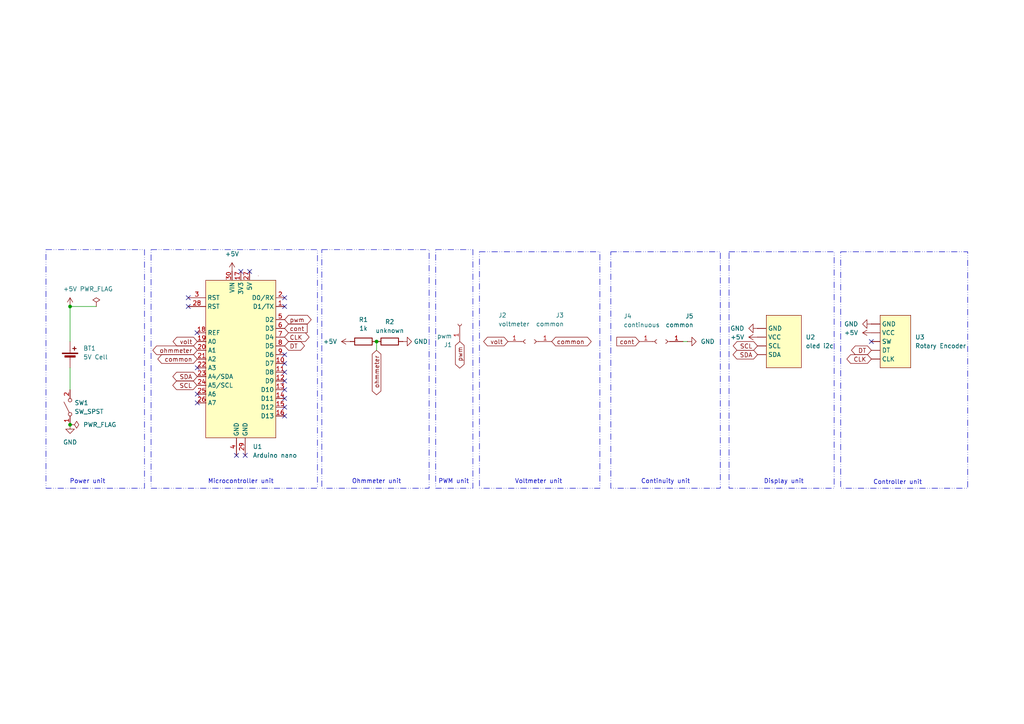
<source format=kicad_sch>
(kicad_sch (version 20231120) (generator "eeschema") (generator_version "8.0")
  (paper "A4")
  (title_block (title "Multimeter") (date "2024-12-16") (rev "V1"))
  (lib_symbols
    (symbol "Connector:Conn_01x01_Socket" (pin_names (offset 1.016) hide)
      (property "Reference" "J" (at 0 2.54 0))
      (property "Value" "Conn_01x01_Socket" (at 0 -2.54 0))
      (symbol "Conn_01x01_Socket_1_1"
        (polyline (pts (xy -1.27 0) (xy -0.508 0)) (stroke (width 0.1524)))
        (arc (start 0 0.508) (mid -0.5058 0) (end 0 -0.508) (stroke (width 0.1524)))
        (pin passive line (at -5.08 0 0) (length 3.81) (name "Pin_1") (number "1"))
      )
    )
    (symbol "Device:Battery_Cell" (pin_numbers hide) (pin_names (offset 0) hide)
      (property "Reference" "BT" (at 2.54 2.54 0))
      (property "Value" "Battery_Cell" (at 2.54 0 0))
      (symbol "Battery_Cell_0_1"
        (rectangle (start -2.286 1.778) (end 2.286 1.524) (fill (type outline)))
        (rectangle (start -1.524 1.016) (end 1.524 0.508) (fill (type outline)))
        (polyline (pts (xy 0 0.762) (xy 0 0)))
        (polyline (pts (xy 0 1.778) (xy 0 2.54)))
        (polyline (pts (xy 0.762 3.048) (xy 1.778 3.048)) (stroke (width 0.254)))
        (polyline (pts (xy 1.27 3.556) (xy 1.27 2.54)) (stroke (width 0.254)))
      )
      (symbol "Battery_Cell_1_1"
        (pin passive line (at 0 5.08 270) (length 2.54) (name "+") (number "1"))
        (pin passive line (at 0 -2.54 90) (length 2.54) (name "-") (number "2"))
      )
    )
    (symbol "Device:R" (pin_numbers hide) (pin_names (offset 0))
      (property "Reference" "R" (at 2.032 0 90))
      (property "Value" "R" (at 0 0 90))
      (symbol "R_0_1"
        (rectangle (start -1.016 -2.54) (end 1.016 2.54) (stroke (width 0.254)))
      )
      (symbol "R_1_1"
        (pin passive line (at 0 3.81 270) (length 1.27) (name "~") (number "1"))
        (pin passive line (at 0 -3.81 90) (length 1.27) (name "~") (number "2"))
      )
    )
    (symbol "Encoder_rotary_encoder:Rotary_encoder"
      (property "Reference" "U" (at 0 4.572 0))
      (property "Value" "Rotary Encoder" (at -2.54 0 0))
      (symbol "Rotary_encoder_1_1"
        (rectangle (start -7.62 2.54) (end 7.62 -6.35) (fill (type background)))
        (pin output line (at 5.08 -8.89 90) (length 2.54) (name "CLK") (number ""))
        (pin output line (at 2.54 -8.89 90) (length 2.54) (name "DT") (number ""))
        (pin bidirectional line (at -5.08 -8.89 90) (length 2.54) (name "GND") (number ""))
        (pin output line (at 0 -8.89 90) (length 2.54) (name "SW") (number ""))
        (pin power_in line (at -2.54 -8.89 90) (length 2.54) (name "VCC") (number ""))
      )
    )
    (symbol "MCU_Arduino-nano:Arduino_nano"
      (property "Reference" "U" (at 0 20.828 0))
      (property "Value" "Arduino nano" (at -20.066 -40.64 0))
      (symbol "Arduino_nano_1_1"
        (rectangle (start -10.16 5.08) (end 10.16 -40.64) (fill (type background)))
        (rectangle (start 5.08 6.35) (end 5.08 6.35))
        (pin bidirectional line (at 12.7 -2.54 180) (length 2.54) (name "D1/TX") (number "1"))
        (pin bidirectional line (at 12.7 -19.05 180) (length 2.54) (name "D7") (number "10"))
        (pin bidirectional line (at 12.7 -21.59 180) (length 2.54) (name "D8") (number "11"))
        (pin bidirectional line (at 12.7 -24.13 180) (length 2.54) (name "D9") (number "12"))
        (pin bidirectional line (at 12.7 -26.67 180) (length 2.54) (name "D10") (number "13"))
        (pin bidirectional line (at 12.7 -29.21 180) (length 2.54) (name "D11") (number "14"))
        (pin bidirectional line (at 12.7 -31.75 180) (length 2.54) (name "D12") (number "15"))
        (pin bidirectional line (at 12.7 -34.29 180) (length 2.54) (name "D13") (number "16"))
        (pin power_out line (at 0 7.62 270) (length 2.54) (name "3V3") (number "17"))
        (pin input line (at -12.7 -10.16 0) (length 2.54) (name "REF") (number "18"))
        (pin bidirectional line (at -12.62 -12.7 0) (length 2.54) (name "A0") (number "19"))
        (pin bidirectional line (at 12.7 0 180) (length 2.54) (name "D0/RX") (number "2"))
        (pin bidirectional line (at -12.62 -15.24 0) (length 2.54) (name "A1") (number "20"))
        (pin bidirectional line (at -12.62 -17.78 0) (length 2.54) (name "A2") (number "21"))
        (pin bidirectional line (at -12.62 -20.32 0) (length 2.54) (name "A3") (number "22"))
        (pin bidirectional line (at -12.62 -22.86 0) (length 2.54) (name "A4/SDA") (number "23"))
        (pin bidirectional line (at -12.62 -25.4 0) (length 2.54) (name "A5/SCL") (number "24"))
        (pin bidirectional line (at -12.62 -27.94 0) (length 2.54) (name "A6") (number "25"))
        (pin bidirectional line (at -12.62 -30.48 0) (length 2.54) (name "A7") (number "26"))
        (pin power_out line (at 2.54 7.62 270) (length 2.54) (name "5V") (number "27"))
        (pin input line (at -15.24 -2.54 0) (length 5) (name "RST") (number "28"))
        (pin bidirectional line (at 1.27 -45.72 90) (length 5) (name "GND") (number "29"))
        (pin input line (at -15.24 0 0) (length 5) (name "RST") (number "3"))
        (pin input line (at -2.54 7.62 270) (length 2.54) (name "VIN") (number "30"))
        (pin bidirectional line (at -1.27 -45.72 90) (length 5) (name "GND") (number "4"))
        (pin bidirectional line (at 12.7 -6.35 180) (length 2.54) (name "D2") (number "5"))
        (pin bidirectional line (at 12.7 -8.89 180) (length 2.54) (name "D3") (number "6"))
        (pin bidirectional line (at 12.7 -11.43 180) (length 2.54) (name "D4") (number "7"))
        (pin bidirectional line (at 12.7 -13.97 180) (length 2.54) (name "D5") (number "8"))
        (pin bidirectional line (at 12.7 -16.51 180) (length 2.54) (name "D6") (number "9"))
      )
    )
    (symbol "Screen_oled:Oled"
      (property "Reference" "U" (at 0 7.112 0))
      (property "Value" "oled i2c" (at 10.414 -6.604 0))
      (symbol "Oled_1_1"
        (rectangle (start -7.62 5.08) (end 7.62 -5.08) (fill (type background)))
        (pin bidirectional line (at -3.81 -7.62 90) (length 2.54) (name "GND") (number ""))
        (pin bidirectional line (at 1.27 -7.62 90) (length 2.54) (name "SCL") (number ""))
        (pin bidirectional line (at 3.81 -7.62 90) (length 2.54) (name "SDA") (number ""))
        (pin power_in line (at -1.27 -7.62 90) (length 2.54) (name "VCC") (number ""))
      )
    )
    (symbol "Switch:SW_SPST" (pin_names (offset 0) hide)
      (property "Reference" "SW" (at 0 3.175 0))
      (property "Value" "SW_SPST" (at 0 -2.54 0))
      (symbol "SW_SPST_0_0"
        (circle (center -2.032 0) (radius 0.508))
        (polyline (pts (xy -1.524 0.254) (xy 1.524 1.778)))
        (circle (center 2.032 0) (radius 0.508))
      )
      (symbol "SW_SPST_1_1"
        (pin passive line (at -5.08 0 0) (length 2.54) (name "A") (number "1"))
        (pin passive line (at 5.08 0 180) (length 2.54) (name "B") (number "2"))
      )
    )
    (symbol "power:+5V" (power) (pin_numbers hide) (pin_names (offset 0) hide)
      (property "Value" "+5V" (at 0 3.556 0))
      (symbol "+5V_0_1"
        (polyline (pts (xy -0.762 1.27) (xy 0 2.54)))
        (polyline (pts (xy 0 0) (xy 0 2.54)))
        (polyline (pts (xy 0 2.54) (xy 0.762 1.27)))
      )
      (symbol "+5V_1_1"
        (pin power_in line (at 0 0 90) (length 0) (name "~") (number "1"))
      )
    )
    (symbol "power:GND" (power) (pin_numbers hide) (pin_names (offset 0) hide)
      (property "Value" "GND" (at 0 -3.81 0))
      (symbol "GND_0_1"
        (polyline (pts (xy 0 0) (xy 0 -1.27) (xy 1.27 -1.27) (xy 0 -2.54) (xy -1.27 -1.27) (xy 0 -1.27)))
      )
      (symbol "GND_1_1"
        (pin power_in line (at 0 0 270) (length 0) (name "~") (number "1"))
      )
    )
    (symbol "power:PWR_FLAG" (power) (pin_numbers hide) (pin_names (offset 0) hide)
      (property "Value" "PWR_FLAG" (at 0 3.81 0))
      (symbol "PWR_FLAG_0_0"
        (pin power_out line (at 0 0 90) (length 0) (name "~") (number "1"))
      )
      (symbol "PWR_FLAG_0_1"
        (polyline (pts (xy 0 0) (xy 0 1.27) (xy -1.016 1.905) (xy 0 2.54) (xy 1.016 1.905) (xy 0 1.27)))
      )
    )
  )
  (junction (at 20.32 123.19))
  (junction (at 109.22 99.06))
  (junction (at 20.32 88.9))
  (no_connect (at 82.55 102.87))
  (no_connect (at 72.39 78.74))
  (no_connect (at 71.12 132.08))
  (no_connect (at 57.23 114.3))
  (no_connect (at 68.58 132.08))
  (no_connect (at 82.55 120.65))
  (no_connect (at 69.85 78.74))
  (no_connect (at 82.55 115.57))
  (no_connect (at 57.23 106.68))
  (no_connect (at 252.73 99.06))
  (no_connect (at 82.55 118.11))
  (no_connect (at 57.15 96.52))
  (no_connect (at 82.55 105.41))
  (no_connect (at 82.55 113.03))
  (no_connect (at 82.55 110.49))
  (no_connect (at 82.55 86.36))
  (no_connect (at 82.55 107.95))
  (no_connect (at 82.55 88.9))
  (no_connect (at 57.23 116.84))
  (no_connect (at 54.61 88.9))
  (no_connect (at 54.61 86.36))
  (wire (pts (xy 20.32 113.03) (xy 20.32 106.68)))
  (wire (pts (xy 109.22 101.6) (xy 109.22 99.06)))
  (wire (pts (xy 20.32 88.9) (xy 20.32 99.06)))
  (wire (pts (xy 199.39 99.06) (xy 198.12 99.06)))
  (wire (pts (xy 20.32 88.9) (xy 27.94 88.9)))
  (wire (pts (xy 57.15 111.76) (xy 57.23 111.76)))
  (rectangle (start 243.84 73.025) (end 280.67 141.605) (stroke (width 0) (type dash_dot_dot)))
  (rectangle (start 211.455 73.025) (end 241.935 141.605) (stroke (width 0) (type dash_dot_dot)))
  (rectangle (start 139.065 73.025) (end 173.99 141.605) (stroke (width 0) (type dash_dot_dot)))
  (rectangle (start 126.365 72.39) (end 137.16 141.605) (stroke (width 0) (type dash_dot_dot)))
  (rectangle (start 13.335 72.39) (end 41.91 141.605) (stroke (width 0) (type dash_dot_dot)))
  (rectangle (start 177.165 73.025) (end 208.915 141.605) (stroke (width 0) (type dash_dot_dot)))
  (rectangle (start 93.345 72.39) (end 124.46 141.605) (stroke (width 0) (type dash_dot_dot)))
  (rectangle (start 43.815 72.39) (end 92.075 141.605) (stroke (width 0) (type dash_dot_dot)))
  (text "PWM unit \n" (at 132.08 139.7 0) (effects (font (size 1.27 1.27))))
  (text "Ohmmeter unit" (at 109.22 139.7 0) (effects (font (size 1.27 1.27))))
  (text "Microcontroller unit\n" (at 69.85 139.7 0) (effects (font (size 1.27 1.27))))
  (text "Controller unit\n\n" (at 260.35 140.97 0) (effects (font (size 1.27 1.27))))
  (text "Continuity unit\n" (at 193.04 139.7 0) (effects (font (size 1.27 1.27))))
  (text "Voltmeter unit\n" (at 156.21 139.7 0) (effects (font (size 1.27 1.27))))
  (text "Display unit" (at 227.33 139.7 0) (effects (font (size 1.27 1.27))))
  (text "Power unit\n" (at 25.4 139.7 0) (effects (font (size 1.27 1.27))))
  (global_label "common" (shape bidirectional) (at 160.02 99.06 0) (property "Intersheetrefs" "${INTERSHEET_REFS}" (effects (hide yes))))
  (global_label "DT" (shape bidirectional) (at 82.55 100.33 0) (property "Intersheetrefs" "${INTERSHEET_REFS}" (effects (hide yes))))
  (global_label "volt" (shape bidirectional) (at 57.23 99.06 180) (property "Intersheetrefs" "${INTERSHEET_REFS}" (effects (hide yes))))
  (global_label "SDA" (shape bidirectional) (at 219.71 102.87 180) (property "Intersheetrefs" "${INTERSHEET_REFS}" (effects (hide yes))))
  (global_label "pwm" (shape bidirectional) (at 133.35 99.06 270) (property "Intersheetrefs" "${INTERSHEET_REFS}" (effects (hide yes))))
  (global_label "CLK" (shape bidirectional) (at 252.73 104.14 180) (property "Intersheetrefs" "${INTERSHEET_REFS}" (effects (hide yes))))
  (global_label "ohmmeter" (shape bidirectional) (at 109.22 101.6 270) (property "Intersheetrefs" "${INTERSHEET_REFS}" (effects (hide yes))))
  (global_label "CLK" (shape bidirectional) (at 82.55 97.79 0) (property "Intersheetrefs" "${INTERSHEET_REFS}" (effects (hide yes))))
  (global_label "pwm" (shape bidirectional) (at 82.55 92.71 0) (property "Intersheetrefs" "${INTERSHEET_REFS}" (effects (hide yes))))
  (global_label "DT" (shape bidirectional) (at 252.73 101.6 180) (property "Intersheetrefs" "${INTERSHEET_REFS}" (effects (hide yes))))
  (global_label "volt" (shape bidirectional) (at 147.32 99.06 180) (property "Intersheetrefs" "${INTERSHEET_REFS}" (effects (hide yes))))
  (global_label "SCL" (shape bidirectional) (at 57.15 111.76 180) (property "Intersheetrefs" "${INTERSHEET_REFS}" (effects (hide yes))))
  (global_label "common" (shape bidirectional) (at 57.23 104.14 180) (property "Intersheetrefs" "${INTERSHEET_REFS}" (effects (hide yes))))
  (global_label "SDA" (shape bidirectional) (at 57.23 109.22 180) (property "Intersheetrefs" "${INTERSHEET_REFS}" (effects (hide yes))))
  (global_label "ohmmeter" (shape bidirectional) (at 57.23 101.6 180) (property "Intersheetrefs" "${INTERSHEET_REFS}" (effects (hide yes))))
  (global_label "cont" (shape input) (at 82.55 95.25 0) (property "Intersheetrefs" "${INTERSHEET_REFS}" (effects (hide yes))))
  (global_label "SCL" (shape bidirectional) (at 219.71 100.33 180) (property "Intersheetrefs" "${INTERSHEET_REFS}" (effects (hide yes))))
  (global_label "cont" (shape input) (at 185.42 99.06 180) (property "Intersheetrefs" "${INTERSHEET_REFS}" (effects (hide yes))))
  (symbol (lib_id "power:+5V") (at 101.6 99.06 90) (unit 1)
    (property "Reference" "#PWR06" (effects (hide yes)))
    (property "Value" "+5V" (at 97.79 99.0599 90) (effects (justify left)))
    (property "Description" "Power symbol creates a global label with name \"+5V\"" (effects (hide yes)))
  )
  (symbol (lib_id "power:PWR_FLAG") (at 27.94 88.9 0) (unit 1)
    (property "Reference" "#FLG02" (effects (hide yes)))
    (property "Value" "PWR_FLAG" (at 27.94 83.82 0))
    (property "Description" "Special symbol for telling ERC where power comes from" (effects (hide yes)))
  )
  (symbol (lib_id "Switch:SW_SPST") (at 20.32 118.11 90) (unit 1)
    (property "Reference" "SW1" (at 21.59 116.8399 90) (effects (justify right)))
    (property "Value" "SW_SPST" (at 21.59 119.3799 90) (effects (justify right)))
    (property "Description" "Single Pole Single Throw (SPST) switch" (effects (hide yes)))
  )
  (symbol (lib_id "power:GND") (at 219.71 95.25 270) (unit 1)
    (property "Reference" "#PWR09" (effects (hide yes)))
    (property "Value" "GND" (at 215.9 95.2499 90) (effects (justify right)))
    (property "Description" "Power symbol creates a global label with name \"GND\" , ground" (effects (hide yes)))
  )
  (symbol (lib_id "Connector:Conn_01x01_Socket") (at 154.94 99.06 180) (unit 1)
    (property "Reference" "J3" (at 163.576 91.44 0) (effects (justify left)))
    (property "Value" "common" (at 163.576 93.98 0) (effects (justify left)))
    (property "Description" "Generic connector, single row, 01x01, script generated" (effects (hide yes)))
  )
  (symbol (lib_id "Connector:Conn_01x01_Socket") (at 193.04 99.06 180) (unit 1)
    (property "Reference" "J5" (at 201.168 91.694 0) (effects (justify left)))
    (property "Value" "common" (at 201.168 94.234 0) (effects (justify left)))
    (property "Description" "Generic connector, single row, 01x01, script generated" (effects (hide yes)))
  )
  (symbol (lib_id "Screen_oled:Oled") (at 227.33 99.06 270) (unit 1)
    (property "Reference" "U2" (at 233.68 97.7899 90) (effects (justify left)))
    (property "Value" "oled i2c" (at 233.68 100.3299 90) (effects (justify left)))
  )
  (symbol (lib_id "Encoder_rotary_encoder:Rotary_encoder") (at 261.62 99.06 270) (unit 1)
    (property "Reference" "U3" (at 265.43 97.7899 90) (effects (justify left)))
    (property "Value" "Rotary Encoder" (at 265.43 100.3299 90) (effects (justify left)))
  )
  (symbol (lib_id "power:+5V") (at 252.73 96.52 90) (unit 1)
    (property "Reference" "#PWR012" (effects (hide yes)))
    (property "Value" "+5V" (at 248.92 96.5199 90) (effects (justify left)))
    (property "Description" "Power symbol creates a global label with name \"+5V\"" (effects (hide yes)))
  )
  (symbol (lib_id "Connector:Conn_01x01_Socket") (at 190.5 99.06 0) (unit 1)
    (property "Reference" "J4" (at 180.848 91.694 0) (effects (justify left)))
    (property "Value" "continuous" (at 180.848 94.234 0) (effects (justify left)))
    (property "Description" "Generic connector, single row, 01x01, script generated" (effects (hide yes)))
  )
  (symbol (lib_id "MCU_Arduino-nano:Arduino_nano") (at 69.85 86.36 0) (unit 1)
    (property "Reference" "U1" (at 73.3141 129.54 0) (effects (justify left)))
    (property "Value" "Arduino nano" (at 73.3141 132.08 0) (effects (justify left)))
  )
  (symbol (lib_id "Device:R") (at 113.03 99.06 90) (unit 1)
    (property "Reference" "R2" (at 113.03 93.345 90))
    (property "Value" "unknown" (at 113.03 95.885 90))
    (property "Description" "Resistor" (effects (hide yes)))
  )
  (symbol (lib_id "Device:Battery_Cell") (at 20.32 104.14 0) (unit 1)
    (property "Reference" "BT1" (at 24.13 101.0284 0) (effects (justify left)))
    (property "Value" "5V Cell" (at 24.13 103.5684 0) (effects (justify left)))
    (property "Description" "Single-cell battery" (effects (hide yes)))
  )
  (symbol (lib_id "power:+5V") (at 67.31 78.74 0) (unit 1)
    (property "Reference" "#PWR03" (effects (hide yes)))
    (property "Value" "+5V" (at 67.31 73.66 0))
    (property "Description" "Power symbol creates a global label with name \"+5V\"" (effects (hide yes)))
  )
  (symbol (lib_id "power:PWR_FLAG") (at 20.32 123.19 270) (unit 1)
    (property "Reference" "#FLG01" (effects (hide yes)))
    (property "Value" "PWR_FLAG" (at 24.13 123.1899 90) (effects (justify left)))
    (property "Description" "Special symbol for telling ERC where power comes from" (effects (hide yes)))
  )
  (symbol (lib_id "Device:R") (at 105.41 99.06 90) (unit 1)
    (property "Reference" "R1" (at 105.41 92.71 90))
    (property "Value" "1k" (at 105.41 95.25 90))
    (property "Description" "Resistor" (effects (hide yes)))
  )
  (symbol (lib_id "power:GND") (at 20.32 123.19 0) (unit 1)
    (property "Reference" "#PWR02" (effects (hide yes)))
    (property "Value" "GND" (at 20.32 128.27 0))
    (property "Description" "Power symbol creates a global label with name \"GND\" , ground" (effects (hide yes)))
  )
  (symbol (lib_id "power:+5V") (at 20.32 88.9 0) (unit 1)
    (property "Reference" "#PWR01" (effects (hide yes)))
    (property "Value" "+5V" (at 20.32 83.82 0))
    (property "Description" "Power symbol creates a global label with name \"+5V\"" (effects (hide yes)))
  )
  (symbol (lib_id "power:GND") (at 199.39 99.06 90) (unit 1)
    (property "Reference" "#PWR08" (effects (hide yes)))
    (property "Value" "GND" (at 203.2 99.0599 90) (effects (justify right)))
    (property "Description" "Power symbol creates a global label with name \"GND\" , ground" (effects (hide yes)))
  )
  (symbol (lib_id "power:GND") (at 116.84 99.06 90) (unit 1)
    (property "Reference" "#PWR07" (effects (hide yes)))
    (property "Value" "GND" (at 120.015 99.0599 90) (effects (justify right)))
    (property "Description" "Power symbol creates a global label with name \"GND\" , ground" (effects (hide yes)))
  )
  (symbol (lib_id "Connector:Conn_01x01_Socket") (at 152.4 99.06 0) (unit 1)
    (property "Reference" "J2" (at 144.526 91.44 0) (effects (justify left)))
    (property "Value" "voltmeter" (at 144.526 93.98 0) (effects (justify left)))
    (property "Description" "Generic connector, single row, 01x01, script generated" (effects (hide yes)))
  )
  (symbol (lib_id "Connector:Conn_01x01_Socket") (at 133.35 93.98 90) (unit 1)
    (property "Reference" "J1" (at 131.1275 100.0125 90) (effects (justify left)))
    (property "Value" "pwm" (at 131.1275 97.4725 90) (effects (justify left)))
    (property "Description" "Generic connector, single row, 01x01, script generated" (effects (hide yes)))
  )
  (symbol (lib_id "power:+5V") (at 219.71 97.79 90) (unit 1)
    (property "Reference" "#PWR010" (effects (hide yes)))
    (property "Value" "+5V" (at 215.9 97.7899 90) (effects (justify left)))
    (property "Description" "Power symbol creates a global label with name \"+5V\"" (effects (hide yes)))
  )
  (symbol (lib_id "power:GND") (at 252.73 93.98 270) (unit 1)
    (property "Reference" "#PWR011" (effects (hide yes)))
    (property "Value" "GND" (at 248.92 93.9799 90) (effects (justify right)))
    (property "Description" "Power symbol creates a global label with name \"GND\" , ground" (effects (hide yes)))
  )
)
</source>
